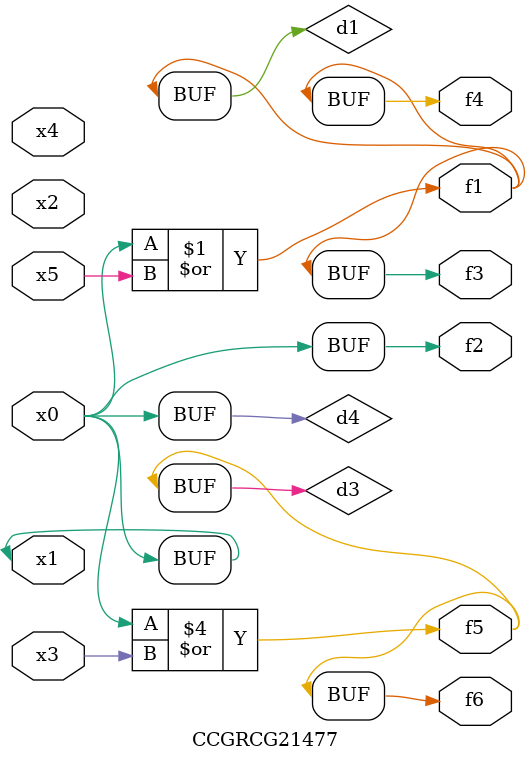
<source format=v>
module CCGRCG21477(
	input x0, x1, x2, x3, x4, x5,
	output f1, f2, f3, f4, f5, f6
);

	wire d1, d2, d3, d4;

	or (d1, x0, x5);
	xnor (d2, x1, x4);
	or (d3, x0, x3);
	buf (d4, x0, x1);
	assign f1 = d1;
	assign f2 = d4;
	assign f3 = d1;
	assign f4 = d1;
	assign f5 = d3;
	assign f6 = d3;
endmodule

</source>
